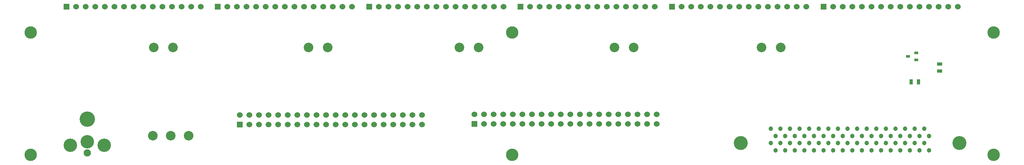
<source format=gts>
G04 (created by PCBNEW (2013-mar-13)-testing) date Wed 08 Oct 2014 05:14:40 PM PDT*
%MOIN*%
G04 Gerber Fmt 3.4, Leading zero omitted, Abs format*
%FSLAX34Y34*%
G01*
G70*
G90*
G04 APERTURE LIST*
%ADD10C,0.005906*%
%ADD11C,0.100000*%
%ADD12R,0.060000X0.060000*%
%ADD13C,0.060000*%
%ADD14C,0.130000*%
%ADD15C,0.145669*%
%ADD16C,0.047244*%
%ADD17C,0.076000*%
%ADD18C,0.140000*%
%ADD19C,0.160000*%
%ADD20R,0.039400X0.031500*%
%ADD21R,0.055000X0.035000*%
%ADD22R,0.035000X0.055000*%
G04 APERTURE END LIST*
G54D10*
G54D11*
X29559Y-27137D03*
X31559Y-27137D03*
X45700Y-27137D03*
X47700Y-27137D03*
X61448Y-27137D03*
X63448Y-27137D03*
X77590Y-27137D03*
X79590Y-27137D03*
X92944Y-27137D03*
X94944Y-27137D03*
G54D12*
X38527Y-35208D03*
G54D13*
X38527Y-34208D03*
X43527Y-35208D03*
X39527Y-34208D03*
X44527Y-35208D03*
X40527Y-34208D03*
X45527Y-35208D03*
X41527Y-34208D03*
X46527Y-35208D03*
X42527Y-34208D03*
X47527Y-35208D03*
X43527Y-34208D03*
X48527Y-35208D03*
X44527Y-34208D03*
X49527Y-35208D03*
X45527Y-34208D03*
X50527Y-35208D03*
X46527Y-34208D03*
X51527Y-35208D03*
X47527Y-34208D03*
X52527Y-35208D03*
X48527Y-34208D03*
X53527Y-35208D03*
X49527Y-34208D03*
X50527Y-34208D03*
X54527Y-35208D03*
X51527Y-34208D03*
X53527Y-34208D03*
X54527Y-34208D03*
X55527Y-34208D03*
X56527Y-34208D03*
X55527Y-35208D03*
X56527Y-35208D03*
X39527Y-35208D03*
X40527Y-35208D03*
X41527Y-35208D03*
X42527Y-35208D03*
X57527Y-35208D03*
X57527Y-34208D03*
X52527Y-34208D03*
G54D12*
X20460Y-22874D03*
G54D13*
X21460Y-22874D03*
X22460Y-22874D03*
X23460Y-22874D03*
X24460Y-22874D03*
X25460Y-22874D03*
X26460Y-22874D03*
X27460Y-22874D03*
X28460Y-22874D03*
X29460Y-22874D03*
X30460Y-22874D03*
X31460Y-22874D03*
X32460Y-22874D03*
X33460Y-22874D03*
X34460Y-22874D03*
G54D12*
X36248Y-22874D03*
G54D13*
X37248Y-22874D03*
X38248Y-22874D03*
X39248Y-22874D03*
X40248Y-22874D03*
X41248Y-22874D03*
X42248Y-22874D03*
X43248Y-22874D03*
X44248Y-22874D03*
X45248Y-22874D03*
X46248Y-22874D03*
X47248Y-22874D03*
X48248Y-22874D03*
X49248Y-22874D03*
X50248Y-22874D03*
G54D12*
X52035Y-22874D03*
G54D13*
X53035Y-22874D03*
X54035Y-22874D03*
X55035Y-22874D03*
X56035Y-22874D03*
X57035Y-22874D03*
X58035Y-22874D03*
X59035Y-22874D03*
X60035Y-22874D03*
X61035Y-22874D03*
X62035Y-22874D03*
X63035Y-22874D03*
X64035Y-22874D03*
X65035Y-22874D03*
X66035Y-22874D03*
G54D12*
X67822Y-22874D03*
G54D13*
X68822Y-22874D03*
X69822Y-22874D03*
X70822Y-22874D03*
X71822Y-22874D03*
X72822Y-22874D03*
X73822Y-22874D03*
X74822Y-22874D03*
X75822Y-22874D03*
X76822Y-22874D03*
X77822Y-22874D03*
X78822Y-22874D03*
X79822Y-22874D03*
X80822Y-22874D03*
X81822Y-22874D03*
G54D12*
X83610Y-22874D03*
G54D13*
X84610Y-22874D03*
X85610Y-22874D03*
X86610Y-22874D03*
X87610Y-22874D03*
X88610Y-22874D03*
X89610Y-22874D03*
X90610Y-22874D03*
X91610Y-22874D03*
X92610Y-22874D03*
X93610Y-22874D03*
X94610Y-22874D03*
X95610Y-22874D03*
X96610Y-22874D03*
X97610Y-22874D03*
G54D12*
X99397Y-22874D03*
G54D13*
X100397Y-22874D03*
X101397Y-22874D03*
X102397Y-22874D03*
X103397Y-22874D03*
X104397Y-22874D03*
X105397Y-22874D03*
X106397Y-22874D03*
X107397Y-22874D03*
X108397Y-22874D03*
X109397Y-22874D03*
X110397Y-22874D03*
X111397Y-22874D03*
X112397Y-22874D03*
X113397Y-22874D03*
G54D14*
X117125Y-25590D03*
X16732Y-38385D03*
X117125Y-38385D03*
X66929Y-25590D03*
X66929Y-38385D03*
X16732Y-25590D03*
G54D15*
X90765Y-37163D03*
X113564Y-37163D03*
G54D16*
X93915Y-35663D03*
X94415Y-36413D03*
X94915Y-35663D03*
X95415Y-36413D03*
X95915Y-35663D03*
X96415Y-36413D03*
X96915Y-35663D03*
X97415Y-36413D03*
X97915Y-35663D03*
X98415Y-36413D03*
X98915Y-35663D03*
X99415Y-36413D03*
X99915Y-35663D03*
X100415Y-36413D03*
X100915Y-35663D03*
X101415Y-36413D03*
X101915Y-35663D03*
X102415Y-36413D03*
X102915Y-35663D03*
X103415Y-36413D03*
X103915Y-35663D03*
X104415Y-36413D03*
X104915Y-35663D03*
X105415Y-36413D03*
X105915Y-35663D03*
X106415Y-36413D03*
X106915Y-35663D03*
X107415Y-36413D03*
X107915Y-35663D03*
X108415Y-36413D03*
X108915Y-35663D03*
X109415Y-36413D03*
X109915Y-35663D03*
X110415Y-36413D03*
X93915Y-37163D03*
X94415Y-37913D03*
X94915Y-37163D03*
X95415Y-37913D03*
X95915Y-37163D03*
X96415Y-37913D03*
X96915Y-37163D03*
X97415Y-37913D03*
X97915Y-37163D03*
X98415Y-37913D03*
X98915Y-37163D03*
X99415Y-37913D03*
X99915Y-37163D03*
X100415Y-37913D03*
X100915Y-37163D03*
X101415Y-37913D03*
X101915Y-37163D03*
X102415Y-37913D03*
X102915Y-37163D03*
X103415Y-37913D03*
X103915Y-37163D03*
X104415Y-37913D03*
X104915Y-37163D03*
X105415Y-37913D03*
X105915Y-37163D03*
X106415Y-37913D03*
X106915Y-37163D03*
X107415Y-37913D03*
X107915Y-37163D03*
X108415Y-37913D03*
X108915Y-37163D03*
X109415Y-37913D03*
X109915Y-37163D03*
X110415Y-37913D03*
G54D17*
X22637Y-38178D03*
G54D18*
X22637Y-36998D03*
G54D19*
X22637Y-34638D03*
G54D18*
X24407Y-37388D03*
X20867Y-37388D03*
G54D11*
X29480Y-36377D03*
X31350Y-36377D03*
X33220Y-36377D03*
G54D12*
X63011Y-35137D03*
G54D13*
X63011Y-34137D03*
X68011Y-35137D03*
X64011Y-34137D03*
X69011Y-35137D03*
X65011Y-34137D03*
X70011Y-35137D03*
X66011Y-34137D03*
X71011Y-35137D03*
X67011Y-34137D03*
X72011Y-35137D03*
X68011Y-34137D03*
X73011Y-35137D03*
X69011Y-34137D03*
X74011Y-35137D03*
X70011Y-34137D03*
X75011Y-35137D03*
X71011Y-34137D03*
X76011Y-35137D03*
X72011Y-34137D03*
X77011Y-35137D03*
X73011Y-34137D03*
X78011Y-35137D03*
X74011Y-34137D03*
X75011Y-34137D03*
X79011Y-35137D03*
X76011Y-34137D03*
X78011Y-34137D03*
X79011Y-34137D03*
X80011Y-34137D03*
X81011Y-34137D03*
X80011Y-35137D03*
X81011Y-35137D03*
X64011Y-35137D03*
X65011Y-35137D03*
X66011Y-35137D03*
X67011Y-35137D03*
X82011Y-35137D03*
X82011Y-34137D03*
X77011Y-34137D03*
G54D20*
X108212Y-28078D03*
X109078Y-27703D03*
X109078Y-28453D03*
G54D21*
X111496Y-29626D03*
X111496Y-28876D03*
G54D22*
X109296Y-30763D03*
X108546Y-30763D03*
M02*

</source>
